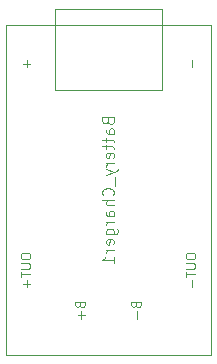
<source format=gbo>
%TF.GenerationSoftware,KiCad,Pcbnew,9.0.0*%
%TF.CreationDate,2025-03-07T18:47:48-08:00*%
%TF.ProjectId,tag,7461672e-6b69-4636-9164-5f7063625858,v0.1*%
%TF.SameCoordinates,Original*%
%TF.FileFunction,Legend,Bot*%
%TF.FilePolarity,Positive*%
%FSLAX46Y46*%
G04 Gerber Fmt 4.6, Leading zero omitted, Abs format (unit mm)*
G04 Created by KiCad (PCBNEW 9.0.0) date 2025-03-07 18:47:48*
%MOMM*%
%LPD*%
G01*
G04 APERTURE LIST*
%ADD10C,0.100000*%
G04 APERTURE END LIST*
D10*
X183448609Y-86856665D02*
X183496228Y-86999522D01*
X183496228Y-86999522D02*
X183543847Y-87047141D01*
X183543847Y-87047141D02*
X183639085Y-87094760D01*
X183639085Y-87094760D02*
X183781942Y-87094760D01*
X183781942Y-87094760D02*
X183877180Y-87047141D01*
X183877180Y-87047141D02*
X183924800Y-86999522D01*
X183924800Y-86999522D02*
X183972419Y-86904284D01*
X183972419Y-86904284D02*
X183972419Y-86523332D01*
X183972419Y-86523332D02*
X182972419Y-86523332D01*
X182972419Y-86523332D02*
X182972419Y-86856665D01*
X182972419Y-86856665D02*
X183020038Y-86951903D01*
X183020038Y-86951903D02*
X183067657Y-86999522D01*
X183067657Y-86999522D02*
X183162895Y-87047141D01*
X183162895Y-87047141D02*
X183258133Y-87047141D01*
X183258133Y-87047141D02*
X183353371Y-86999522D01*
X183353371Y-86999522D02*
X183400990Y-86951903D01*
X183400990Y-86951903D02*
X183448609Y-86856665D01*
X183448609Y-86856665D02*
X183448609Y-86523332D01*
X183972419Y-87951903D02*
X183448609Y-87951903D01*
X183448609Y-87951903D02*
X183353371Y-87904284D01*
X183353371Y-87904284D02*
X183305752Y-87809046D01*
X183305752Y-87809046D02*
X183305752Y-87618570D01*
X183305752Y-87618570D02*
X183353371Y-87523332D01*
X183924800Y-87951903D02*
X183972419Y-87856665D01*
X183972419Y-87856665D02*
X183972419Y-87618570D01*
X183972419Y-87618570D02*
X183924800Y-87523332D01*
X183924800Y-87523332D02*
X183829561Y-87475713D01*
X183829561Y-87475713D02*
X183734323Y-87475713D01*
X183734323Y-87475713D02*
X183639085Y-87523332D01*
X183639085Y-87523332D02*
X183591466Y-87618570D01*
X183591466Y-87618570D02*
X183591466Y-87856665D01*
X183591466Y-87856665D02*
X183543847Y-87951903D01*
X183305752Y-88285237D02*
X183305752Y-88666189D01*
X182972419Y-88428094D02*
X183829561Y-88428094D01*
X183829561Y-88428094D02*
X183924800Y-88475713D01*
X183924800Y-88475713D02*
X183972419Y-88570951D01*
X183972419Y-88570951D02*
X183972419Y-88666189D01*
X183305752Y-88856666D02*
X183305752Y-89237618D01*
X182972419Y-88999523D02*
X183829561Y-88999523D01*
X183829561Y-88999523D02*
X183924800Y-89047142D01*
X183924800Y-89047142D02*
X183972419Y-89142380D01*
X183972419Y-89142380D02*
X183972419Y-89237618D01*
X183924800Y-89951904D02*
X183972419Y-89856666D01*
X183972419Y-89856666D02*
X183972419Y-89666190D01*
X183972419Y-89666190D02*
X183924800Y-89570952D01*
X183924800Y-89570952D02*
X183829561Y-89523333D01*
X183829561Y-89523333D02*
X183448609Y-89523333D01*
X183448609Y-89523333D02*
X183353371Y-89570952D01*
X183353371Y-89570952D02*
X183305752Y-89666190D01*
X183305752Y-89666190D02*
X183305752Y-89856666D01*
X183305752Y-89856666D02*
X183353371Y-89951904D01*
X183353371Y-89951904D02*
X183448609Y-89999523D01*
X183448609Y-89999523D02*
X183543847Y-89999523D01*
X183543847Y-89999523D02*
X183639085Y-89523333D01*
X183972419Y-90428095D02*
X183305752Y-90428095D01*
X183496228Y-90428095D02*
X183400990Y-90475714D01*
X183400990Y-90475714D02*
X183353371Y-90523333D01*
X183353371Y-90523333D02*
X183305752Y-90618571D01*
X183305752Y-90618571D02*
X183305752Y-90713809D01*
X183305752Y-90951905D02*
X183972419Y-91190000D01*
X183305752Y-91428095D02*
X183972419Y-91190000D01*
X183972419Y-91190000D02*
X184210514Y-91094762D01*
X184210514Y-91094762D02*
X184258133Y-91047143D01*
X184258133Y-91047143D02*
X184305752Y-90951905D01*
X184067657Y-91570953D02*
X184067657Y-92332857D01*
X183877180Y-93142381D02*
X183924800Y-93094762D01*
X183924800Y-93094762D02*
X183972419Y-92951905D01*
X183972419Y-92951905D02*
X183972419Y-92856667D01*
X183972419Y-92856667D02*
X183924800Y-92713810D01*
X183924800Y-92713810D02*
X183829561Y-92618572D01*
X183829561Y-92618572D02*
X183734323Y-92570953D01*
X183734323Y-92570953D02*
X183543847Y-92523334D01*
X183543847Y-92523334D02*
X183400990Y-92523334D01*
X183400990Y-92523334D02*
X183210514Y-92570953D01*
X183210514Y-92570953D02*
X183115276Y-92618572D01*
X183115276Y-92618572D02*
X183020038Y-92713810D01*
X183020038Y-92713810D02*
X182972419Y-92856667D01*
X182972419Y-92856667D02*
X182972419Y-92951905D01*
X182972419Y-92951905D02*
X183020038Y-93094762D01*
X183020038Y-93094762D02*
X183067657Y-93142381D01*
X183972419Y-93570953D02*
X182972419Y-93570953D01*
X183972419Y-93999524D02*
X183448609Y-93999524D01*
X183448609Y-93999524D02*
X183353371Y-93951905D01*
X183353371Y-93951905D02*
X183305752Y-93856667D01*
X183305752Y-93856667D02*
X183305752Y-93713810D01*
X183305752Y-93713810D02*
X183353371Y-93618572D01*
X183353371Y-93618572D02*
X183400990Y-93570953D01*
X183972419Y-94904286D02*
X183448609Y-94904286D01*
X183448609Y-94904286D02*
X183353371Y-94856667D01*
X183353371Y-94856667D02*
X183305752Y-94761429D01*
X183305752Y-94761429D02*
X183305752Y-94570953D01*
X183305752Y-94570953D02*
X183353371Y-94475715D01*
X183924800Y-94904286D02*
X183972419Y-94809048D01*
X183972419Y-94809048D02*
X183972419Y-94570953D01*
X183972419Y-94570953D02*
X183924800Y-94475715D01*
X183924800Y-94475715D02*
X183829561Y-94428096D01*
X183829561Y-94428096D02*
X183734323Y-94428096D01*
X183734323Y-94428096D02*
X183639085Y-94475715D01*
X183639085Y-94475715D02*
X183591466Y-94570953D01*
X183591466Y-94570953D02*
X183591466Y-94809048D01*
X183591466Y-94809048D02*
X183543847Y-94904286D01*
X183972419Y-95380477D02*
X183305752Y-95380477D01*
X183496228Y-95380477D02*
X183400990Y-95428096D01*
X183400990Y-95428096D02*
X183353371Y-95475715D01*
X183353371Y-95475715D02*
X183305752Y-95570953D01*
X183305752Y-95570953D02*
X183305752Y-95666191D01*
X183305752Y-96428096D02*
X184115276Y-96428096D01*
X184115276Y-96428096D02*
X184210514Y-96380477D01*
X184210514Y-96380477D02*
X184258133Y-96332858D01*
X184258133Y-96332858D02*
X184305752Y-96237620D01*
X184305752Y-96237620D02*
X184305752Y-96094763D01*
X184305752Y-96094763D02*
X184258133Y-95999525D01*
X183924800Y-96428096D02*
X183972419Y-96332858D01*
X183972419Y-96332858D02*
X183972419Y-96142382D01*
X183972419Y-96142382D02*
X183924800Y-96047144D01*
X183924800Y-96047144D02*
X183877180Y-95999525D01*
X183877180Y-95999525D02*
X183781942Y-95951906D01*
X183781942Y-95951906D02*
X183496228Y-95951906D01*
X183496228Y-95951906D02*
X183400990Y-95999525D01*
X183400990Y-95999525D02*
X183353371Y-96047144D01*
X183353371Y-96047144D02*
X183305752Y-96142382D01*
X183305752Y-96142382D02*
X183305752Y-96332858D01*
X183305752Y-96332858D02*
X183353371Y-96428096D01*
X183924800Y-97285239D02*
X183972419Y-97190001D01*
X183972419Y-97190001D02*
X183972419Y-96999525D01*
X183972419Y-96999525D02*
X183924800Y-96904287D01*
X183924800Y-96904287D02*
X183829561Y-96856668D01*
X183829561Y-96856668D02*
X183448609Y-96856668D01*
X183448609Y-96856668D02*
X183353371Y-96904287D01*
X183353371Y-96904287D02*
X183305752Y-96999525D01*
X183305752Y-96999525D02*
X183305752Y-97190001D01*
X183305752Y-97190001D02*
X183353371Y-97285239D01*
X183353371Y-97285239D02*
X183448609Y-97332858D01*
X183448609Y-97332858D02*
X183543847Y-97332858D01*
X183543847Y-97332858D02*
X183639085Y-96856668D01*
X183972419Y-97761430D02*
X183305752Y-97761430D01*
X183496228Y-97761430D02*
X183400990Y-97809049D01*
X183400990Y-97809049D02*
X183353371Y-97856668D01*
X183353371Y-97856668D02*
X183305752Y-97951906D01*
X183305752Y-97951906D02*
X183305752Y-98047144D01*
X183972419Y-98904287D02*
X183972419Y-98332859D01*
X183972419Y-98618573D02*
X182972419Y-98618573D01*
X182972419Y-98618573D02*
X183115276Y-98523335D01*
X183115276Y-98523335D02*
X183210514Y-98428097D01*
X183210514Y-98428097D02*
X183258133Y-98332859D01*
X181087847Y-102431904D02*
X181125942Y-102546190D01*
X181125942Y-102546190D02*
X181164038Y-102584285D01*
X181164038Y-102584285D02*
X181240228Y-102622381D01*
X181240228Y-102622381D02*
X181354514Y-102622381D01*
X181354514Y-102622381D02*
X181430704Y-102584285D01*
X181430704Y-102584285D02*
X181468800Y-102546190D01*
X181468800Y-102546190D02*
X181506895Y-102470000D01*
X181506895Y-102470000D02*
X181506895Y-102165238D01*
X181506895Y-102165238D02*
X180706895Y-102165238D01*
X180706895Y-102165238D02*
X180706895Y-102431904D01*
X180706895Y-102431904D02*
X180744990Y-102508095D01*
X180744990Y-102508095D02*
X180783085Y-102546190D01*
X180783085Y-102546190D02*
X180859276Y-102584285D01*
X180859276Y-102584285D02*
X180935466Y-102584285D01*
X180935466Y-102584285D02*
X181011657Y-102546190D01*
X181011657Y-102546190D02*
X181049752Y-102508095D01*
X181049752Y-102508095D02*
X181087847Y-102431904D01*
X181087847Y-102431904D02*
X181087847Y-102165238D01*
X181202133Y-102965238D02*
X181202133Y-103574762D01*
X181506895Y-103270000D02*
X180897371Y-103270000D01*
X185833847Y-102431904D02*
X185871942Y-102546190D01*
X185871942Y-102546190D02*
X185910038Y-102584285D01*
X185910038Y-102584285D02*
X185986228Y-102622381D01*
X185986228Y-102622381D02*
X186100514Y-102622381D01*
X186100514Y-102622381D02*
X186176704Y-102584285D01*
X186176704Y-102584285D02*
X186214800Y-102546190D01*
X186214800Y-102546190D02*
X186252895Y-102470000D01*
X186252895Y-102470000D02*
X186252895Y-102165238D01*
X186252895Y-102165238D02*
X185452895Y-102165238D01*
X185452895Y-102165238D02*
X185452895Y-102431904D01*
X185452895Y-102431904D02*
X185490990Y-102508095D01*
X185490990Y-102508095D02*
X185529085Y-102546190D01*
X185529085Y-102546190D02*
X185605276Y-102584285D01*
X185605276Y-102584285D02*
X185681466Y-102584285D01*
X185681466Y-102584285D02*
X185757657Y-102546190D01*
X185757657Y-102546190D02*
X185795752Y-102508095D01*
X185795752Y-102508095D02*
X185833847Y-102431904D01*
X185833847Y-102431904D02*
X185833847Y-102165238D01*
X185948133Y-102965238D02*
X185948133Y-103574762D01*
X176590133Y-81684211D02*
X176590133Y-82293735D01*
X176894895Y-81988973D02*
X176285371Y-81988973D01*
X176094895Y-98198646D02*
X176094895Y-98351027D01*
X176094895Y-98351027D02*
X176132990Y-98427217D01*
X176132990Y-98427217D02*
X176209180Y-98503408D01*
X176209180Y-98503408D02*
X176361561Y-98541503D01*
X176361561Y-98541503D02*
X176628228Y-98541503D01*
X176628228Y-98541503D02*
X176780609Y-98503408D01*
X176780609Y-98503408D02*
X176856800Y-98427217D01*
X176856800Y-98427217D02*
X176894895Y-98351027D01*
X176894895Y-98351027D02*
X176894895Y-98198646D01*
X176894895Y-98198646D02*
X176856800Y-98122455D01*
X176856800Y-98122455D02*
X176780609Y-98046265D01*
X176780609Y-98046265D02*
X176628228Y-98008169D01*
X176628228Y-98008169D02*
X176361561Y-98008169D01*
X176361561Y-98008169D02*
X176209180Y-98046265D01*
X176209180Y-98046265D02*
X176132990Y-98122455D01*
X176132990Y-98122455D02*
X176094895Y-98198646D01*
X176094895Y-98884360D02*
X176742514Y-98884360D01*
X176742514Y-98884360D02*
X176818704Y-98922455D01*
X176818704Y-98922455D02*
X176856800Y-98960550D01*
X176856800Y-98960550D02*
X176894895Y-99036741D01*
X176894895Y-99036741D02*
X176894895Y-99189122D01*
X176894895Y-99189122D02*
X176856800Y-99265312D01*
X176856800Y-99265312D02*
X176818704Y-99303407D01*
X176818704Y-99303407D02*
X176742514Y-99341503D01*
X176742514Y-99341503D02*
X176094895Y-99341503D01*
X176094895Y-99608169D02*
X176094895Y-100065312D01*
X176894895Y-99836740D02*
X176094895Y-99836740D01*
X176590133Y-100331979D02*
X176590133Y-100941503D01*
X176894895Y-100636741D02*
X176285371Y-100636741D01*
X190560133Y-81684211D02*
X190560133Y-82293735D01*
X190064895Y-98198646D02*
X190064895Y-98351027D01*
X190064895Y-98351027D02*
X190102990Y-98427217D01*
X190102990Y-98427217D02*
X190179180Y-98503408D01*
X190179180Y-98503408D02*
X190331561Y-98541503D01*
X190331561Y-98541503D02*
X190598228Y-98541503D01*
X190598228Y-98541503D02*
X190750609Y-98503408D01*
X190750609Y-98503408D02*
X190826800Y-98427217D01*
X190826800Y-98427217D02*
X190864895Y-98351027D01*
X190864895Y-98351027D02*
X190864895Y-98198646D01*
X190864895Y-98198646D02*
X190826800Y-98122455D01*
X190826800Y-98122455D02*
X190750609Y-98046265D01*
X190750609Y-98046265D02*
X190598228Y-98008169D01*
X190598228Y-98008169D02*
X190331561Y-98008169D01*
X190331561Y-98008169D02*
X190179180Y-98046265D01*
X190179180Y-98046265D02*
X190102990Y-98122455D01*
X190102990Y-98122455D02*
X190064895Y-98198646D01*
X190064895Y-98884360D02*
X190712514Y-98884360D01*
X190712514Y-98884360D02*
X190788704Y-98922455D01*
X190788704Y-98922455D02*
X190826800Y-98960550D01*
X190826800Y-98960550D02*
X190864895Y-99036741D01*
X190864895Y-99036741D02*
X190864895Y-99189122D01*
X190864895Y-99189122D02*
X190826800Y-99265312D01*
X190826800Y-99265312D02*
X190788704Y-99303407D01*
X190788704Y-99303407D02*
X190712514Y-99341503D01*
X190712514Y-99341503D02*
X190064895Y-99341503D01*
X190064895Y-99608169D02*
X190064895Y-100065312D01*
X190864895Y-99836740D02*
X190064895Y-99836740D01*
X190560133Y-100331979D02*
X190560133Y-100941503D01*
%TO.C,Battery_Charger1*%
X174815000Y-78740000D02*
X192215000Y-78740000D01*
X192215000Y-106640000D01*
X174815000Y-106640000D01*
X174815000Y-78740000D01*
X178995000Y-77400000D02*
X188035000Y-77400000D01*
X188035000Y-84260000D01*
X178995000Y-84260000D01*
X178995000Y-77400000D01*
%TD*%
M02*

</source>
